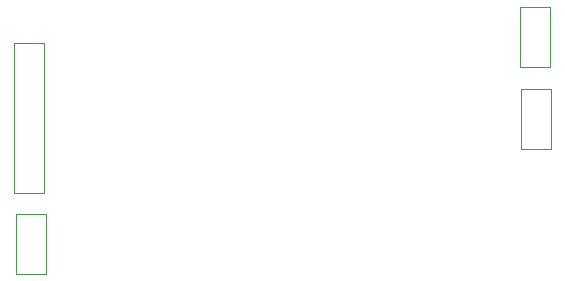
<source format=gbr>
%FSTAX23Y23*%
%MOIN*%
%SFA1B1*%

%IPPOS*%
%ADD43C,0.003937*%
%LNmtr_dvr_pcb_top_component_outline-1*%
%LPD*%
G54D43*
X03565Y0247D02*
X03665D01*
Y0267*
X03565D02*
X03665D01*
X03565Y0247D02*
Y0267D01*
X05245Y0316D02*
X05345D01*
Y0336*
X05245D02*
X05345D01*
X05245Y0316D02*
Y0336D01*
X0356Y0324D02*
X0366D01*
X0356Y0274D02*
X0366D01*
Y0324*
X0356Y0274D02*
Y0324D01*
X0525Y02885D02*
X0535D01*
Y03085*
X0525D02*
X0535D01*
X0525Y02885D02*
Y03085D01*
M02*
</source>
